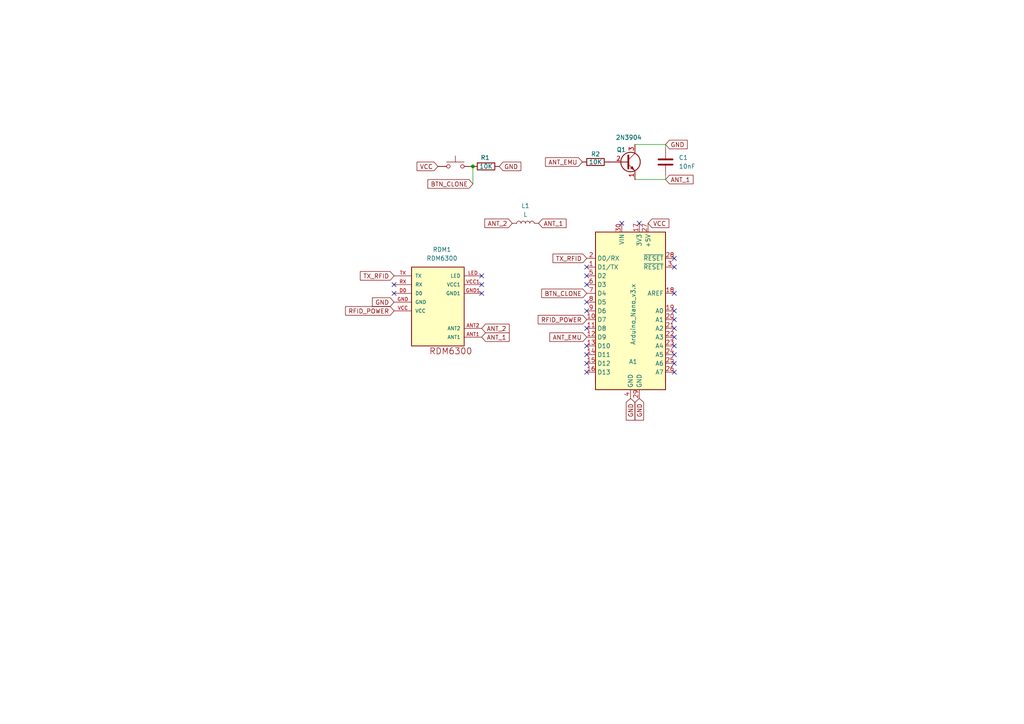
<source format=kicad_sch>
(kicad_sch (version 20231120) (generator "eeschema") (generator_version "8.0")
  (paper "A4")
  (lib_symbols
    (symbol "Device:C" (pin_numbers hide) (pin_names (offset 0.254))
      (property "Reference" "C" (at 0.635 2.54 0))
      (property "Value" "C" (at 0.635 -2.54 0))
      (symbol "C_0_1"
        (polyline (pts (xy -2.032 -0.762) (xy 2.032 -0.762)) (stroke (width 0.508)))
        (polyline (pts (xy -2.032 0.762) (xy 2.032 0.762)) (stroke (width 0.508)))
      )
      (symbol "C_1_1"
        (pin passive line (at 0 3.81 270) (length 2.794) (name "~") (number "1"))
        (pin passive line (at 0 -3.81 90) (length 2.794) (name "~") (number "2"))
      )
    )
    (symbol "Device:L" (pin_numbers hide) (pin_names (offset 1.016) hide)
      (property "Reference" "L" (at -1.27 0 90))
      (property "Value" "L" (at 1.905 0 90))
      (symbol "L_0_1"
        (arc (start 0 -2.54) (mid 0.6323 -1.905) (end 0 -1.27))
        (arc (start 0 -1.27) (mid 0.6323 -0.635) (end 0 0))
        (arc (start 0 0) (mid 0.6323 0.635) (end 0 1.27))
        (arc (start 0 1.27) (mid 0.6323 1.905) (end 0 2.54))
      )
      (symbol "L_1_1"
        (pin passive line (at 0 3.81 270) (length 1.27) (name "1") (number "1"))
        (pin passive line (at 0 -3.81 90) (length 1.27) (name "2") (number "2"))
      )
    )
    (symbol "Device:R" (pin_numbers hide) (pin_names (offset 0))
      (property "Reference" "R" (at 2.032 0 90))
      (property "Value" "R" (at 0 0 90))
      (symbol "R_0_1"
        (rectangle (start -1.016 -2.54) (end 1.016 2.54) (stroke (width 0.254)))
      )
      (symbol "R_1_1"
        (pin passive line (at 0 3.81 270) (length 1.27) (name "~") (number "1"))
        (pin passive line (at 0 -3.81 90) (length 1.27) (name "~") (number "2"))
      )
    )
    (symbol "MCU_Module:Arduino_Nano_v3.x"
      (property "Reference" "A" (at -10.16 23.495 0))
      (property "Value" "Arduino_Nano_v3.x" (at 5.08 -24.13 0))
      (symbol "Arduino_Nano_v3.x_0_1"
        (rectangle (start -10.16 22.86) (end 10.16 -22.86) (stroke (width 0.254)) (fill (type background)))
      )
      (symbol "Arduino_Nano_v3.x_1_1"
        (pin bidirectional line (at -12.7 12.7 0) (length 2.54) (name "D1/TX") (number "1"))
        (pin bidirectional line (at -12.7 -2.54 0) (length 2.54) (name "D7") (number "10"))
        (pin bidirectional line (at -12.7 -5.08 0) (length 2.54) (name "D8") (number "11"))
        (pin bidirectional line (at -12.7 -7.62 0) (length 2.54) (name "D9") (number "12"))
        (pin bidirectional line (at -12.7 -10.16 0) (length 2.54) (name "D10") (number "13"))
        (pin bidirectional line (at -12.7 -12.7 0) (length 2.54) (name "D11") (number "14"))
        (pin bidirectional line (at -12.7 -15.24 0) (length 2.54) (name "D12") (number "15"))
        (pin bidirectional line (at -12.7 -17.78 0) (length 2.54) (name "D13") (number "16"))
        (pin power_out line (at 2.54 25.4 270) (length 2.54) (name "3V3") (number "17"))
        (pin input line (at 12.7 5.08 180) (length 2.54) (name "AREF") (number "18"))
        (pin bidirectional line (at 12.7 0 180) (length 2.54) (name "A0") (number "19"))
        (pin bidirectional line (at -12.7 15.24 0) (length 2.54) (name "D0/RX") (number "2"))
        (pin bidirectional line (at 12.7 -2.54 180) (length 2.54) (name "A1") (number "20"))
        (pin bidirectional line (at 12.7 -5.08 180) (length 2.54) (name "A2") (number "21"))
        (pin bidirectional line (at 12.7 -7.62 180) (length 2.54) (name "A3") (number "22"))
        (pin bidirectional line (at 12.7 -10.16 180) (length 2.54) (name "A4") (number "23"))
        (pin bidirectional line (at 12.7 -12.7 180) (length 2.54) (name "A5") (number "24"))
        (pin bidirectional line (at 12.7 -15.24 180) (length 2.54) (name "A6") (number "25"))
        (pin bidirectional line (at 12.7 -17.78 180) (length 2.54) (name "A7") (number "26"))
        (pin power_out line (at 5.08 25.4 270) (length 2.54) (name "+5V") (number "27"))
        (pin input line (at 12.7 15.24 180) (length 2.54) (name "~{RESET}") (number "28"))
        (pin power_in line (at 2.54 -25.4 90) (length 2.54) (name "GND") (number "29"))
        (pin input line (at 12.7 12.7 180) (length 2.54) (name "~{RESET}") (number "3"))
        (pin power_in line (at -2.54 25.4 270) (length 2.54) (name "VIN") (number "30"))
        (pin power_in line (at 0 -25.4 90) (length 2.54) (name "GND") (number "4"))
        (pin bidirectional line (at -12.7 10.16 0) (length 2.54) (name "D2") (number "5"))
        (pin bidirectional line (at -12.7 7.62 0) (length 2.54) (name "D3") (number "6"))
        (pin bidirectional line (at -12.7 5.08 0) (length 2.54) (name "D4") (number "7"))
        (pin bidirectional line (at -12.7 2.54 0) (length 2.54) (name "D5") (number "8"))
        (pin bidirectional line (at -12.7 0 0) (length 2.54) (name "D6") (number "9"))
      )
    )
    (symbol "RDM6300:RDM6300" (pin_names (offset 1.016))
      (property "Reference" "RDM6300" (at 0 0 0))
      (property "Value" "RDM6300" (at 0 0 0))
      (symbol "RDM6300_0_0"
        (rectangle (start -7.62 -10.16) (end 7.62 12.7) (stroke (width 0.254)) (fill (type background)))
        (text "RDM6300" (at -2.54 -12.7 0) (effects (font (size 1.778 1.778)) (justify left bottom)))
        (pin bidirectional line (at 12.7 -7.62 180) (length 5.08) (name "ANT1") (number "ANT1"))
        (pin bidirectional line (at 12.7 -5.08 180) (length 5.08) (name "ANT2") (number "ANT2"))
        (pin bidirectional line (at -12.7 5.08 0) (length 5.08) (name "D0") (number "D0"))
        (pin bidirectional line (at -12.7 2.54 0) (length 5.08) (name "GND") (number "GND"))
        (pin bidirectional line (at 12.7 5.08 180) (length 5.08) (name "GND1") (number "GND1"))
        (pin bidirectional line (at 12.7 10.16 180) (length 5.08) (name "LED") (number "LED"))
        (pin bidirectional line (at -12.7 7.62 0) (length 5.08) (name "RX") (number "RX"))
        (pin bidirectional line (at -12.7 10.16 0) (length 5.08) (name "TX") (number "TX"))
        (pin bidirectional line (at -12.7 0 0) (length 5.08) (name "VCC") (number "VCC"))
        (pin bidirectional line (at 12.7 7.62 180) (length 5.08) (name "VCC1") (number "VCC1"))
      )
    )
    (symbol "Switch:SW_Push" (pin_numbers hide) (pin_names (offset 1.016) hide)
      (property "Reference" "SW" (at 1.27 2.54 0))
      (property "Value" "SW_Push" (at 0 -1.524 0))
      (symbol "SW_Push_0_1"
        (circle (center -2.032 0) (radius 0.508))
        (polyline (pts (xy 0 1.27) (xy 0 3.048)))
        (polyline (pts (xy 2.54 1.27) (xy -2.54 1.27)))
        (circle (center 2.032 0) (radius 0.508))
        (pin passive line (at -5.08 0 0) (length 2.54) (name "1") (number "1"))
        (pin passive line (at 5.08 0 180) (length 2.54) (name "2") (number "2"))
      )
    )
    (symbol "Transistor_BJT:2N3904" (pin_names (offset 0) hide)
      (property "Reference" "Q" (at 5.08 1.905 0))
      (property "Value" "2N3904" (at 5.08 0 0))
      (symbol "2N3904_0_1"
        (polyline (pts (xy 0.635 0.635) (xy 2.54 2.54)))
        (polyline (pts (xy 0.635 -0.635) (xy 2.54 -2.54) (xy 2.54 -2.54)))
        (polyline (pts (xy 0.635 1.905) (xy 0.635 -1.905) (xy 0.635 -1.905)) (stroke (width 0.508)))
        (polyline (pts (xy 1.27 -1.778) (xy 1.778 -1.27) (xy 2.286 -2.286) (xy 1.27 -1.778) (xy 1.27 -1.778)) (fill (type outline)))
        (circle (center 1.27 0) (radius 2.8194) (stroke (width 0.254)))
      )
      (symbol "2N3904_1_1"
        (pin passive line (at 2.54 -5.08 90) (length 2.54) (name "E") (number "1"))
        (pin passive line (at -5.08 0 0) (length 5.715) (name "B") (number "2"))
        (pin passive line (at 2.54 5.08 270) (length 2.54) (name "C") (number "3"))
      )
    )
  )
  (junction (at 137.16 48.26))
  (no_connect (at 195.58 85.09))
  (no_connect (at 195.58 107.95))
  (no_connect (at 195.58 102.87))
  (no_connect (at 170.18 107.95))
  (no_connect (at 195.58 97.79))
  (no_connect (at 185.42 64.77))
  (no_connect (at 170.18 80.01))
  (no_connect (at 195.58 90.17))
  (no_connect (at 195.58 95.25))
  (no_connect (at 170.18 102.87))
  (no_connect (at 180.34 64.77))
  (no_connect (at 170.18 90.17))
  (no_connect (at 170.18 87.63))
  (no_connect (at 195.58 92.71))
  (no_connect (at 139.7 80.01))
  (no_connect (at 139.7 85.09))
  (no_connect (at 170.18 100.33))
  (no_connect (at 139.7 82.55))
  (no_connect (at 114.3 82.55))
  (no_connect (at 170.18 77.47))
  (no_connect (at 114.3 85.09))
  (no_connect (at 170.18 82.55))
  (no_connect (at 195.58 105.41))
  (no_connect (at 170.18 105.41))
  (no_connect (at 170.18 95.25))
  (no_connect (at 195.58 77.47))
  (no_connect (at 195.58 74.93))
  (no_connect (at 195.58 100.33))
  (wire (pts (xy 193.04 41.91) (xy 193.04 43.18)))
  (wire (pts (xy 184.15 52.07) (xy 193.04 52.07)))
  (wire (pts (xy 184.15 41.91) (xy 193.04 41.91)))
  (wire (pts (xy 137.16 53.34) (xy 137.16 48.26)))
  (wire (pts (xy 193.04 52.07) (xy 193.04 50.8)))
  (global_label "GND" (shape input) (at 185.42 115.57 270) (property "Intersheetrefs" "${INTERSHEET_REFS}" (effects (hide yes))))
  (global_label "TX_RFID" (shape input) (at 114.3 80.01 180) (property "Intersheetrefs" "${INTERSHEET_REFS}" (effects (hide yes))))
  (global_label "VCC" (shape input) (at 187.96 64.77 0) (property "Intersheetrefs" "${INTERSHEET_REFS}" (effects (hide yes))))
  (global_label "VCC" (shape input) (at 127 48.26 180) (property "Intersheetrefs" "${INTERSHEET_REFS}" (effects (hide yes))))
  (global_label "RFID_POWER" (shape input) (at 114.3 90.17 180) (property "Intersheetrefs" "${INTERSHEET_REFS}" (effects (hide yes))))
  (global_label "ANT_1" (shape input) (at 139.7 97.79 0) (property "Intersheetrefs" "${INTERSHEET_REFS}" (effects (hide yes))))
  (global_label "ANT_2" (shape input) (at 148.59 64.77 180) (property "Intersheetrefs" "${INTERSHEET_REFS}" (effects (hide yes))))
  (global_label "GND" (shape input) (at 114.3 87.63 180) (property "Intersheetrefs" "${INTERSHEET_REFS}" (effects (hide yes))))
  (global_label "ANT_1" (shape input) (at 193.04 52.07 0) (property "Intersheetrefs" "${INTERSHEET_REFS}" (effects (hide yes))))
  (global_label "BTN_CLONE" (shape input) (at 137.16 53.34 180) (property "Intersheetrefs" "${INTERSHEET_REFS}" (effects (hide yes))))
  (global_label "BTN_CLONE" (shape input) (at 170.18 85.09 180) (property "Intersheetrefs" "${INTERSHEET_REFS}" (effects (hide yes))))
  (global_label "GND" (shape input) (at 182.88 115.57 270) (property "Intersheetrefs" "${INTERSHEET_REFS}" (effects (hide yes))))
  (global_label "ANT_EMU" (shape input) (at 168.91 46.99 180) (property "Intersheetrefs" "${INTERSHEET_REFS}" (effects (hide yes))))
  (global_label "ANT_2" (shape input) (at 139.7 95.25 0) (property "Intersheetrefs" "${INTERSHEET_REFS}" (effects (hide yes))))
  (global_label "GND" (shape input) (at 193.04 41.91 0) (property "Intersheetrefs" "${INTERSHEET_REFS}" (effects (hide yes))))
  (global_label "TX_RFID" (shape input) (at 170.18 74.93 180) (property "Intersheetrefs" "${INTERSHEET_REFS}" (effects (hide yes))))
  (global_label "RFID_POWER" (shape input) (at 170.18 92.71 180) (property "Intersheetrefs" "${INTERSHEET_REFS}" (effects (hide yes))))
  (global_label "ANT_EMU" (shape input) (at 170.18 97.79 180) (property "Intersheetrefs" "${INTERSHEET_REFS}" (effects (hide yes))))
  (global_label "ANT_1" (shape input) (at 156.21 64.77 0) (property "Intersheetrefs" "${INTERSHEET_REFS}" (effects (hide yes))))
  (global_label "GND" (shape input) (at 144.78 48.26 0) (property "Intersheetrefs" "${INTERSHEET_REFS}" (effects (hide yes))))
  (symbol (lib_id "Device:R") (at 140.97 48.26 90) (unit 1)
    (property "Reference" "R1" (at 140.716 45.72 90))
    (property "Value" "10K" (at 140.97 48.26 90))
    (property "Footprint" "Resistor_THT:R_Axial_DIN0207_L6.3mm_D2.5mm_P7.62mm_Horizontal" (effects (hide yes)))
    (property "Description" "Resistor" (effects (hide yes)))
  )
  (symbol (lib_id "Device:R") (at 172.72 46.99 90) (unit 1)
    (property "Reference" "R2" (at 172.72 44.704 90))
    (property "Value" "10K" (at 172.72 46.99 90))
    (property "Footprint" "Resistor_THT:R_Axial_DIN0207_L6.3mm_D2.5mm_P7.62mm_Horizontal" (effects (hide yes)))
    (property "Description" "Resistor" (effects (hide yes)))
  )
  (symbol (lib_id "Transistor_BJT:2N3904") (at 181.61 46.99 0) (unit 1)
    (property "Reference" "Q1" (at 178.816 43.434 0) (effects (justify left)))
    (property "Value" "2N3904" (at 178.562 39.878 0) (effects (justify left)))
    (property "Footprint" "Package_TO_SOT_THT:TO-92_Inline" (effects (hide yes)))
    (property "Datasheet" "https://www.onsemi.com/pub/Collateral/2N3903-D.PDF" (effects (hide yes)))
    (property "Description" "0.2A Ic, 40V Vce, Small Signal NPN Transistor, TO-92" (effects (hide yes)))
  )
  (symbol (lib_id "Device:C") (at 193.04 46.99 0) (unit 1)
    (property "Reference" "C1" (at 196.85 45.7199 0) (effects (justify left)))
    (property "Value" "10nF" (at 196.85 48.2599 0) (effects (justify left)))
    (property "Footprint" "Capacitor_THT:C_Rect_L7.0mm_W2.0mm_P5.00mm" (effects (hide yes)))
    (property "Description" "Unpolarized capacitor" (effects (hide yes)))
  )
  (symbol (lib_id "Switch:SW_Push") (at 132.08 48.26 0) (unit 1)
    (property "Reference" "SW2" (effects (hide yes)))
    (property "Value" "SW_Push" (effects (hide yes)))
    (property "Footprint" "Button_Switch_THT:SW_PUSH_6mm" (effects (hide yes)))
    (property "Description" "Push button switch, generic, two pins" (effects (hide yes)))
  )
  (symbol (lib_id "MCU_Module:Arduino_Nano_v3.x") (at 182.88 90.17 0) (unit 1)
    (property "Reference" "A1" (at 182.372 104.902 0) (effects (justify left)))
    (property "Value" "Arduino_Nano_v3.x" (at 183.642 100.076 90) (effects (justify left)))
    (property "Footprint" "Module:Arduino_Nano" (effects (hide yes)))
    (property "Datasheet" "http://www.mouser.com/pdfdocs/Gravitech_Arduino_Nano3_0.pdf" (effects (hide yes)))
    (property "Description" "Arduino Nano v3.x" (effects (hide yes)))
  )
  (symbol (lib_id "Device:L") (at 152.4 64.77 90) (unit 1)
    (property "Reference" "L1" (at 152.4 59.69 90))
    (property "Value" "L" (at 152.4 62.23 90))
    (property "Footprint" "Resistor_THT:R_Axial_DIN0207_L6.3mm_D2.5mm_P7.62mm_Horizontal" (effects (hide yes)))
    (property "Description" "Inductor" (effects (hide yes)))
  )
  (symbol (lib_id "RDM6300:RDM6300") (at 127 90.17 0) (unit 1)
    (property "Reference" "RDM1" (at 128.1928 72.39 0))
    (property "Value" "RDM6300" (at 128.1928 74.93 0))
    (property "Footprint" "RDM6300:RDM6300" (effects (hide yes)))
    (property "MF" "ITEAD" (effects (hide yes)))
    (property "Description_1" "\n                        \n                            RDM6300 125KHz cardreader mini-module is designed for reading code from 125KHz card compatible read-only tags and read/write card.\n                        \n" (effects (hide yes)))
    (property "Package" "Package" (effects (hide yes)))
    (property "Price" "None" (effects (hide yes)))
    (property "SnapEDA_Link" "https://www.snapeda.com/parts/RDM6300/ITEAD/view-part/?ref=snap" (effects (hide yes)))
    (property "MP" "RDM6300" (effects (hide yes)))
    (property "Availability" "Not in stock" (effects (hide yes)))
    (property "Check_prices" "https://www.snapeda.com/parts/RDM6300/ITEAD/view-part/?ref=eda" (effects (hide yes)))
  )
)
</source>
